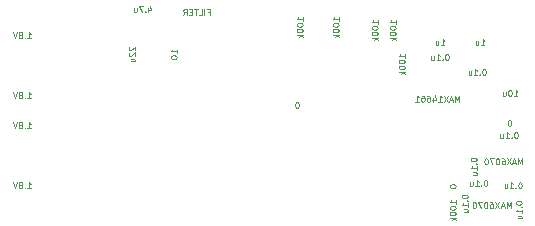
<source format=gbr>
G04 #@! TF.FileFunction,Other,Fab,Bot*
%FSLAX46Y46*%
G04 Gerber Fmt 4.6, Leading zero omitted, Abs format (unit mm)*
G04 Created by KiCad (PCBNEW 4.0.1-stable) date Friday, February 12, 2016 'PMt' 08:25:32 PM*
%MOMM*%
G01*
G04 APERTURE LIST*
%ADD10C,0.100000*%
%ADD11C,0.076200*%
G04 APERTURE END LIST*
D10*
D11*
X216696573Y-87551810D02*
X216696573Y-87043810D01*
X216527239Y-87406667D01*
X216357906Y-87043810D01*
X216357906Y-87551810D01*
X216140192Y-87406667D02*
X215898287Y-87406667D01*
X216188573Y-87551810D02*
X216019240Y-87043810D01*
X215849906Y-87551810D01*
X215728954Y-87043810D02*
X215390287Y-87551810D01*
X215390287Y-87043810D02*
X215728954Y-87551810D01*
X214979048Y-87043810D02*
X215075810Y-87043810D01*
X215124191Y-87068000D01*
X215148382Y-87092190D01*
X215196763Y-87164762D01*
X215220953Y-87261524D01*
X215220953Y-87455048D01*
X215196763Y-87503429D01*
X215172572Y-87527619D01*
X215124191Y-87551810D01*
X215027429Y-87551810D01*
X214979048Y-87527619D01*
X214954858Y-87503429D01*
X214930667Y-87455048D01*
X214930667Y-87334095D01*
X214954858Y-87285714D01*
X214979048Y-87261524D01*
X215027429Y-87237333D01*
X215124191Y-87237333D01*
X215172572Y-87261524D01*
X215196763Y-87285714D01*
X215220953Y-87334095D01*
X214616191Y-87043810D02*
X214567810Y-87043810D01*
X214519429Y-87068000D01*
X214495238Y-87092190D01*
X214471048Y-87140571D01*
X214446857Y-87237333D01*
X214446857Y-87358286D01*
X214471048Y-87455048D01*
X214495238Y-87503429D01*
X214519429Y-87527619D01*
X214567810Y-87551810D01*
X214616191Y-87551810D01*
X214664572Y-87527619D01*
X214688762Y-87503429D01*
X214712953Y-87455048D01*
X214737143Y-87358286D01*
X214737143Y-87237333D01*
X214712953Y-87140571D01*
X214688762Y-87092190D01*
X214664572Y-87068000D01*
X214616191Y-87043810D01*
X214277524Y-87043810D02*
X213938857Y-87043810D01*
X214156571Y-87551810D01*
X213648571Y-87043810D02*
X213600190Y-87043810D01*
X213551809Y-87068000D01*
X213527618Y-87092190D01*
X213503428Y-87140571D01*
X213479237Y-87237333D01*
X213479237Y-87358286D01*
X213503428Y-87455048D01*
X213527618Y-87503429D01*
X213551809Y-87527619D01*
X213600190Y-87551810D01*
X213648571Y-87551810D01*
X213696952Y-87527619D01*
X213721142Y-87503429D01*
X213745333Y-87455048D01*
X213769523Y-87358286D01*
X213769523Y-87237333D01*
X213745333Y-87140571D01*
X213721142Y-87092190D01*
X213696952Y-87068000D01*
X213648571Y-87043810D01*
X197636191Y-82271810D02*
X197587810Y-82271810D01*
X197539429Y-82296000D01*
X197515238Y-82320190D01*
X197491048Y-82368571D01*
X197466857Y-82465333D01*
X197466857Y-82586286D01*
X197491048Y-82683048D01*
X197515238Y-82731429D01*
X197539429Y-82755619D01*
X197587810Y-82779810D01*
X197636191Y-82779810D01*
X197684572Y-82755619D01*
X197708762Y-82731429D01*
X197732953Y-82683048D01*
X197757143Y-82586286D01*
X197757143Y-82465333D01*
X197732953Y-82368571D01*
X197708762Y-82320190D01*
X197684572Y-82296000D01*
X197636191Y-82271810D01*
X210316858Y-78207810D02*
X210268477Y-78207810D01*
X210220096Y-78232000D01*
X210195905Y-78256190D01*
X210171715Y-78304571D01*
X210147524Y-78401333D01*
X210147524Y-78522286D01*
X210171715Y-78619048D01*
X210195905Y-78667429D01*
X210220096Y-78691619D01*
X210268477Y-78715810D01*
X210316858Y-78715810D01*
X210365239Y-78691619D01*
X210389429Y-78667429D01*
X210413620Y-78619048D01*
X210437810Y-78522286D01*
X210437810Y-78401333D01*
X210413620Y-78304571D01*
X210389429Y-78256190D01*
X210365239Y-78232000D01*
X210316858Y-78207810D01*
X209929810Y-78667429D02*
X209905619Y-78691619D01*
X209929810Y-78715810D01*
X209954000Y-78691619D01*
X209929810Y-78667429D01*
X209929810Y-78715810D01*
X209421809Y-78715810D02*
X209712095Y-78715810D01*
X209566952Y-78715810D02*
X209566952Y-78207810D01*
X209615333Y-78280381D01*
X209663714Y-78328762D01*
X209712095Y-78352952D01*
X208986380Y-78377143D02*
X208986380Y-78715810D01*
X209204095Y-78377143D02*
X209204095Y-78643238D01*
X209179904Y-78691619D01*
X209131523Y-78715810D01*
X209058952Y-78715810D01*
X209010571Y-78691619D01*
X208986380Y-78667429D01*
X213468858Y-79477810D02*
X213420477Y-79477810D01*
X213372096Y-79502000D01*
X213347905Y-79526190D01*
X213323715Y-79574571D01*
X213299524Y-79671333D01*
X213299524Y-79792286D01*
X213323715Y-79889048D01*
X213347905Y-79937429D01*
X213372096Y-79961619D01*
X213420477Y-79985810D01*
X213468858Y-79985810D01*
X213517239Y-79961619D01*
X213541429Y-79937429D01*
X213565620Y-79889048D01*
X213589810Y-79792286D01*
X213589810Y-79671333D01*
X213565620Y-79574571D01*
X213541429Y-79526190D01*
X213517239Y-79502000D01*
X213468858Y-79477810D01*
X213081810Y-79937429D02*
X213057619Y-79961619D01*
X213081810Y-79985810D01*
X213106000Y-79961619D01*
X213081810Y-79937429D01*
X213081810Y-79985810D01*
X212573809Y-79985810D02*
X212864095Y-79985810D01*
X212718952Y-79985810D02*
X212718952Y-79477810D01*
X212767333Y-79550381D01*
X212815714Y-79598762D01*
X212864095Y-79622952D01*
X212138380Y-79647143D02*
X212138380Y-79985810D01*
X212356095Y-79647143D02*
X212356095Y-79913238D01*
X212331904Y-79961619D01*
X212283523Y-79985810D01*
X212210952Y-79985810D01*
X212162571Y-79961619D01*
X212138380Y-79937429D01*
X209784666Y-77445810D02*
X210074952Y-77445810D01*
X209929809Y-77445810D02*
X209929809Y-76937810D01*
X209978190Y-77010381D01*
X210026571Y-77058762D01*
X210074952Y-77082952D01*
X209349237Y-77107143D02*
X209349237Y-77445810D01*
X209566952Y-77107143D02*
X209566952Y-77373238D01*
X209542761Y-77421619D01*
X209494380Y-77445810D01*
X209421809Y-77445810D01*
X209373428Y-77421619D01*
X209349237Y-77397429D01*
X213190666Y-77445810D02*
X213480952Y-77445810D01*
X213335809Y-77445810D02*
X213335809Y-76937810D01*
X213384190Y-77010381D01*
X213432571Y-77058762D01*
X213480952Y-77082952D01*
X212755237Y-77107143D02*
X212755237Y-77445810D01*
X212972952Y-77107143D02*
X212972952Y-77373238D01*
X212948761Y-77421619D01*
X212900380Y-77445810D01*
X212827809Y-77445810D01*
X212779428Y-77421619D01*
X212755237Y-77397429D01*
X185026905Y-74313143D02*
X185026905Y-74651810D01*
X185147858Y-74119619D02*
X185268810Y-74482476D01*
X184954334Y-74482476D01*
X184760810Y-74603429D02*
X184736619Y-74627619D01*
X184760810Y-74651810D01*
X184785000Y-74627619D01*
X184760810Y-74603429D01*
X184760810Y-74651810D01*
X184567286Y-74143810D02*
X184228619Y-74143810D01*
X184446333Y-74651810D01*
X183817380Y-74313143D02*
X183817380Y-74651810D01*
X184035095Y-74313143D02*
X184035095Y-74579238D01*
X184010904Y-74627619D01*
X183962523Y-74651810D01*
X183889952Y-74651810D01*
X183841571Y-74627619D01*
X183817380Y-74603429D01*
X183412190Y-77615143D02*
X183388000Y-77639333D01*
X183363810Y-77687714D01*
X183363810Y-77808667D01*
X183388000Y-77857048D01*
X183412190Y-77881238D01*
X183460571Y-77905429D01*
X183508952Y-77905429D01*
X183581524Y-77881238D01*
X183871810Y-77590952D01*
X183871810Y-77905429D01*
X183412190Y-78098953D02*
X183388000Y-78123143D01*
X183363810Y-78171524D01*
X183363810Y-78292477D01*
X183388000Y-78340858D01*
X183412190Y-78365048D01*
X183460571Y-78389239D01*
X183508952Y-78389239D01*
X183581524Y-78365048D01*
X183871810Y-78074762D01*
X183871810Y-78389239D01*
X183533143Y-78824668D02*
X183871810Y-78824668D01*
X183533143Y-78606953D02*
X183799238Y-78606953D01*
X183847619Y-78631144D01*
X183871810Y-78679525D01*
X183871810Y-78752096D01*
X183847619Y-78800477D01*
X183823429Y-78824668D01*
X190034333Y-74639714D02*
X190203667Y-74639714D01*
X190203667Y-74905810D02*
X190203667Y-74397810D01*
X189961762Y-74397810D01*
X189768238Y-74905810D02*
X189768238Y-74397810D01*
X189284428Y-74905810D02*
X189526333Y-74905810D01*
X189526333Y-74397810D01*
X189187666Y-74397810D02*
X188897380Y-74397810D01*
X189042523Y-74905810D02*
X189042523Y-74397810D01*
X188728047Y-74639714D02*
X188558713Y-74639714D01*
X188486142Y-74905810D02*
X188728047Y-74905810D01*
X188728047Y-74397810D01*
X188486142Y-74397810D01*
X187978142Y-74905810D02*
X188147475Y-74663905D01*
X188268428Y-74905810D02*
X188268428Y-74397810D01*
X188074904Y-74397810D01*
X188026523Y-74422000D01*
X188002332Y-74446190D01*
X187978142Y-74494571D01*
X187978142Y-74567143D01*
X188002332Y-74615524D01*
X188026523Y-74639714D01*
X188074904Y-74663905D01*
X188268428Y-74663905D01*
X206731810Y-78505714D02*
X206731810Y-78215428D01*
X206731810Y-78360571D02*
X206223810Y-78360571D01*
X206296381Y-78312190D01*
X206344762Y-78263809D01*
X206368952Y-78215428D01*
X206223810Y-78820190D02*
X206223810Y-78868571D01*
X206248000Y-78916952D01*
X206272190Y-78941143D01*
X206320571Y-78965333D01*
X206417333Y-78989524D01*
X206538286Y-78989524D01*
X206635048Y-78965333D01*
X206683429Y-78941143D01*
X206707619Y-78916952D01*
X206731810Y-78868571D01*
X206731810Y-78820190D01*
X206707619Y-78771809D01*
X206683429Y-78747619D01*
X206635048Y-78723428D01*
X206538286Y-78699238D01*
X206417333Y-78699238D01*
X206320571Y-78723428D01*
X206272190Y-78747619D01*
X206248000Y-78771809D01*
X206223810Y-78820190D01*
X206223810Y-79304000D02*
X206223810Y-79352381D01*
X206248000Y-79400762D01*
X206272190Y-79424953D01*
X206320571Y-79449143D01*
X206417333Y-79473334D01*
X206538286Y-79473334D01*
X206635048Y-79449143D01*
X206683429Y-79424953D01*
X206707619Y-79400762D01*
X206731810Y-79352381D01*
X206731810Y-79304000D01*
X206707619Y-79255619D01*
X206683429Y-79231429D01*
X206635048Y-79207238D01*
X206538286Y-79183048D01*
X206417333Y-79183048D01*
X206320571Y-79207238D01*
X206272190Y-79231429D01*
X206248000Y-79255619D01*
X206223810Y-79304000D01*
X206731810Y-79691048D02*
X206223810Y-79691048D01*
X206538286Y-79739429D02*
X206731810Y-79884572D01*
X206393143Y-79884572D02*
X206586667Y-79691048D01*
X204445810Y-75655714D02*
X204445810Y-75365428D01*
X204445810Y-75510571D02*
X203937810Y-75510571D01*
X204010381Y-75462190D01*
X204058762Y-75413809D01*
X204082952Y-75365428D01*
X203937810Y-75970190D02*
X203937810Y-76018571D01*
X203962000Y-76066952D01*
X203986190Y-76091143D01*
X204034571Y-76115333D01*
X204131333Y-76139524D01*
X204252286Y-76139524D01*
X204349048Y-76115333D01*
X204397429Y-76091143D01*
X204421619Y-76066952D01*
X204445810Y-76018571D01*
X204445810Y-75970190D01*
X204421619Y-75921809D01*
X204397429Y-75897619D01*
X204349048Y-75873428D01*
X204252286Y-75849238D01*
X204131333Y-75849238D01*
X204034571Y-75873428D01*
X203986190Y-75897619D01*
X203962000Y-75921809D01*
X203937810Y-75970190D01*
X203937810Y-76454000D02*
X203937810Y-76502381D01*
X203962000Y-76550762D01*
X203986190Y-76574953D01*
X204034571Y-76599143D01*
X204131333Y-76623334D01*
X204252286Y-76623334D01*
X204349048Y-76599143D01*
X204397429Y-76574953D01*
X204421619Y-76550762D01*
X204445810Y-76502381D01*
X204445810Y-76454000D01*
X204421619Y-76405619D01*
X204397429Y-76381429D01*
X204349048Y-76357238D01*
X204252286Y-76333048D01*
X204131333Y-76333048D01*
X204034571Y-76357238D01*
X203986190Y-76381429D01*
X203962000Y-76405619D01*
X203937810Y-76454000D01*
X204445810Y-76841048D02*
X203937810Y-76841048D01*
X204252286Y-76889429D02*
X204445810Y-77034572D01*
X204107143Y-77034572D02*
X204300667Y-76841048D01*
X205969810Y-75655714D02*
X205969810Y-75365428D01*
X205969810Y-75510571D02*
X205461810Y-75510571D01*
X205534381Y-75462190D01*
X205582762Y-75413809D01*
X205606952Y-75365428D01*
X205461810Y-75970190D02*
X205461810Y-76018571D01*
X205486000Y-76066952D01*
X205510190Y-76091143D01*
X205558571Y-76115333D01*
X205655333Y-76139524D01*
X205776286Y-76139524D01*
X205873048Y-76115333D01*
X205921429Y-76091143D01*
X205945619Y-76066952D01*
X205969810Y-76018571D01*
X205969810Y-75970190D01*
X205945619Y-75921809D01*
X205921429Y-75897619D01*
X205873048Y-75873428D01*
X205776286Y-75849238D01*
X205655333Y-75849238D01*
X205558571Y-75873428D01*
X205510190Y-75897619D01*
X205486000Y-75921809D01*
X205461810Y-75970190D01*
X205461810Y-76454000D02*
X205461810Y-76502381D01*
X205486000Y-76550762D01*
X205510190Y-76574953D01*
X205558571Y-76599143D01*
X205655333Y-76623334D01*
X205776286Y-76623334D01*
X205873048Y-76599143D01*
X205921429Y-76574953D01*
X205945619Y-76550762D01*
X205969810Y-76502381D01*
X205969810Y-76454000D01*
X205945619Y-76405619D01*
X205921429Y-76381429D01*
X205873048Y-76357238D01*
X205776286Y-76333048D01*
X205655333Y-76333048D01*
X205558571Y-76357238D01*
X205510190Y-76381429D01*
X205486000Y-76405619D01*
X205461810Y-76454000D01*
X205969810Y-76841048D02*
X205461810Y-76841048D01*
X205776286Y-76889429D02*
X205969810Y-77034572D01*
X205631143Y-77034572D02*
X205824667Y-76841048D01*
X201143810Y-75401714D02*
X201143810Y-75111428D01*
X201143810Y-75256571D02*
X200635810Y-75256571D01*
X200708381Y-75208190D01*
X200756762Y-75159809D01*
X200780952Y-75111428D01*
X200635810Y-75716190D02*
X200635810Y-75764571D01*
X200660000Y-75812952D01*
X200684190Y-75837143D01*
X200732571Y-75861333D01*
X200829333Y-75885524D01*
X200950286Y-75885524D01*
X201047048Y-75861333D01*
X201095429Y-75837143D01*
X201119619Y-75812952D01*
X201143810Y-75764571D01*
X201143810Y-75716190D01*
X201119619Y-75667809D01*
X201095429Y-75643619D01*
X201047048Y-75619428D01*
X200950286Y-75595238D01*
X200829333Y-75595238D01*
X200732571Y-75619428D01*
X200684190Y-75643619D01*
X200660000Y-75667809D01*
X200635810Y-75716190D01*
X200635810Y-76200000D02*
X200635810Y-76248381D01*
X200660000Y-76296762D01*
X200684190Y-76320953D01*
X200732571Y-76345143D01*
X200829333Y-76369334D01*
X200950286Y-76369334D01*
X201047048Y-76345143D01*
X201095429Y-76320953D01*
X201119619Y-76296762D01*
X201143810Y-76248381D01*
X201143810Y-76200000D01*
X201119619Y-76151619D01*
X201095429Y-76127429D01*
X201047048Y-76103238D01*
X200950286Y-76079048D01*
X200829333Y-76079048D01*
X200732571Y-76103238D01*
X200684190Y-76127429D01*
X200660000Y-76151619D01*
X200635810Y-76200000D01*
X201143810Y-76587048D02*
X200635810Y-76587048D01*
X200950286Y-76635429D02*
X201143810Y-76780572D01*
X200805143Y-76780572D02*
X200998667Y-76587048D01*
X198095810Y-75401714D02*
X198095810Y-75111428D01*
X198095810Y-75256571D02*
X197587810Y-75256571D01*
X197660381Y-75208190D01*
X197708762Y-75159809D01*
X197732952Y-75111428D01*
X197587810Y-75716190D02*
X197587810Y-75764571D01*
X197612000Y-75812952D01*
X197636190Y-75837143D01*
X197684571Y-75861333D01*
X197781333Y-75885524D01*
X197902286Y-75885524D01*
X197999048Y-75861333D01*
X198047429Y-75837143D01*
X198071619Y-75812952D01*
X198095810Y-75764571D01*
X198095810Y-75716190D01*
X198071619Y-75667809D01*
X198047429Y-75643619D01*
X197999048Y-75619428D01*
X197902286Y-75595238D01*
X197781333Y-75595238D01*
X197684571Y-75619428D01*
X197636190Y-75643619D01*
X197612000Y-75667809D01*
X197587810Y-75716190D01*
X197587810Y-76200000D02*
X197587810Y-76248381D01*
X197612000Y-76296762D01*
X197636190Y-76320953D01*
X197684571Y-76345143D01*
X197781333Y-76369334D01*
X197902286Y-76369334D01*
X197999048Y-76345143D01*
X198047429Y-76320953D01*
X198071619Y-76296762D01*
X198095810Y-76248381D01*
X198095810Y-76200000D01*
X198071619Y-76151619D01*
X198047429Y-76127429D01*
X197999048Y-76103238D01*
X197902286Y-76079048D01*
X197781333Y-76079048D01*
X197684571Y-76103238D01*
X197636190Y-76127429D01*
X197612000Y-76151619D01*
X197587810Y-76200000D01*
X198095810Y-76587048D02*
X197587810Y-76587048D01*
X197902286Y-76635429D02*
X198095810Y-76780572D01*
X197757143Y-76780572D02*
X197950667Y-76587048D01*
X187427810Y-78135238D02*
X187427810Y-77844952D01*
X187427810Y-77990095D02*
X186919810Y-77990095D01*
X186992381Y-77941714D01*
X187040762Y-77893333D01*
X187064952Y-77844952D01*
X186919810Y-78449714D02*
X186919810Y-78498095D01*
X186944000Y-78546476D01*
X186968190Y-78570667D01*
X187016571Y-78594857D01*
X187113333Y-78619048D01*
X187234286Y-78619048D01*
X187331048Y-78594857D01*
X187379429Y-78570667D01*
X187403619Y-78546476D01*
X187427810Y-78498095D01*
X187427810Y-78449714D01*
X187403619Y-78401333D01*
X187379429Y-78377143D01*
X187331048Y-78352952D01*
X187234286Y-78328762D01*
X187113333Y-78328762D01*
X187016571Y-78352952D01*
X186968190Y-78377143D01*
X186944000Y-78401333D01*
X186919810Y-78449714D01*
X216129810Y-90783142D02*
X216129810Y-90831523D01*
X216154000Y-90879904D01*
X216178190Y-90904095D01*
X216226571Y-90928285D01*
X216323333Y-90952476D01*
X216444286Y-90952476D01*
X216541048Y-90928285D01*
X216589429Y-90904095D01*
X216613619Y-90879904D01*
X216637810Y-90831523D01*
X216637810Y-90783142D01*
X216613619Y-90734761D01*
X216589429Y-90710571D01*
X216541048Y-90686380D01*
X216444286Y-90662190D01*
X216323333Y-90662190D01*
X216226571Y-90686380D01*
X216178190Y-90710571D01*
X216154000Y-90734761D01*
X216129810Y-90783142D01*
X216589429Y-91170190D02*
X216613619Y-91194381D01*
X216637810Y-91170190D01*
X216613619Y-91146000D01*
X216589429Y-91170190D01*
X216637810Y-91170190D01*
X216637810Y-91678191D02*
X216637810Y-91387905D01*
X216637810Y-91533048D02*
X216129810Y-91533048D01*
X216202381Y-91484667D01*
X216250762Y-91436286D01*
X216274952Y-91387905D01*
X216299143Y-92113620D02*
X216637810Y-92113620D01*
X216299143Y-91895905D02*
X216565238Y-91895905D01*
X216613619Y-91920096D01*
X216637810Y-91968477D01*
X216637810Y-92041048D01*
X216613619Y-92089429D01*
X216589429Y-92113620D01*
X216516858Y-89075810D02*
X216468477Y-89075810D01*
X216420096Y-89100000D01*
X216395905Y-89124190D01*
X216371715Y-89172571D01*
X216347524Y-89269333D01*
X216347524Y-89390286D01*
X216371715Y-89487048D01*
X216395905Y-89535429D01*
X216420096Y-89559619D01*
X216468477Y-89583810D01*
X216516858Y-89583810D01*
X216565239Y-89559619D01*
X216589429Y-89535429D01*
X216613620Y-89487048D01*
X216637810Y-89390286D01*
X216637810Y-89269333D01*
X216613620Y-89172571D01*
X216589429Y-89124190D01*
X216565239Y-89100000D01*
X216516858Y-89075810D01*
X216129810Y-89535429D02*
X216105619Y-89559619D01*
X216129810Y-89583810D01*
X216154000Y-89559619D01*
X216129810Y-89535429D01*
X216129810Y-89583810D01*
X215621809Y-89583810D02*
X215912095Y-89583810D01*
X215766952Y-89583810D02*
X215766952Y-89075810D01*
X215815333Y-89148381D01*
X215863714Y-89196762D01*
X215912095Y-89220952D01*
X215186380Y-89245143D02*
X215186380Y-89583810D01*
X215404095Y-89245143D02*
X215404095Y-89511238D01*
X215379904Y-89559619D01*
X215331523Y-89583810D01*
X215258952Y-89583810D01*
X215210571Y-89559619D01*
X215186380Y-89535429D01*
X213580858Y-88875810D02*
X213532477Y-88875810D01*
X213484096Y-88900000D01*
X213459905Y-88924190D01*
X213435715Y-88972571D01*
X213411524Y-89069333D01*
X213411524Y-89190286D01*
X213435715Y-89287048D01*
X213459905Y-89335429D01*
X213484096Y-89359619D01*
X213532477Y-89383810D01*
X213580858Y-89383810D01*
X213629239Y-89359619D01*
X213653429Y-89335429D01*
X213677620Y-89287048D01*
X213701810Y-89190286D01*
X213701810Y-89069333D01*
X213677620Y-88972571D01*
X213653429Y-88924190D01*
X213629239Y-88900000D01*
X213580858Y-88875810D01*
X213193810Y-89335429D02*
X213169619Y-89359619D01*
X213193810Y-89383810D01*
X213218000Y-89359619D01*
X213193810Y-89335429D01*
X213193810Y-89383810D01*
X212685809Y-89383810D02*
X212976095Y-89383810D01*
X212830952Y-89383810D02*
X212830952Y-88875810D01*
X212879333Y-88948381D01*
X212927714Y-88996762D01*
X212976095Y-89020952D01*
X212250380Y-89045143D02*
X212250380Y-89383810D01*
X212468095Y-89045143D02*
X212468095Y-89311238D01*
X212443904Y-89359619D01*
X212395523Y-89383810D01*
X212322952Y-89383810D01*
X212274571Y-89359619D01*
X212250380Y-89335429D01*
X211557810Y-90233142D02*
X211557810Y-90281523D01*
X211582000Y-90329904D01*
X211606190Y-90354095D01*
X211654571Y-90378285D01*
X211751333Y-90402476D01*
X211872286Y-90402476D01*
X211969048Y-90378285D01*
X212017429Y-90354095D01*
X212041619Y-90329904D01*
X212065810Y-90281523D01*
X212065810Y-90233142D01*
X212041619Y-90184761D01*
X212017429Y-90160571D01*
X211969048Y-90136380D01*
X211872286Y-90112190D01*
X211751333Y-90112190D01*
X211654571Y-90136380D01*
X211606190Y-90160571D01*
X211582000Y-90184761D01*
X211557810Y-90233142D01*
X212017429Y-90620190D02*
X212041619Y-90644381D01*
X212065810Y-90620190D01*
X212041619Y-90596000D01*
X212017429Y-90620190D01*
X212065810Y-90620190D01*
X212065810Y-91128191D02*
X212065810Y-90837905D01*
X212065810Y-90983048D02*
X211557810Y-90983048D01*
X211630381Y-90934667D01*
X211678762Y-90886286D01*
X211702952Y-90837905D01*
X211727143Y-91563620D02*
X212065810Y-91563620D01*
X211727143Y-91345905D02*
X211993238Y-91345905D01*
X212041619Y-91370096D01*
X212065810Y-91418477D01*
X212065810Y-91491048D01*
X212041619Y-91539429D01*
X212017429Y-91563620D01*
X216166858Y-84811810D02*
X216118477Y-84811810D01*
X216070096Y-84836000D01*
X216045905Y-84860190D01*
X216021715Y-84908571D01*
X215997524Y-85005333D01*
X215997524Y-85126286D01*
X216021715Y-85223048D01*
X216045905Y-85271429D01*
X216070096Y-85295619D01*
X216118477Y-85319810D01*
X216166858Y-85319810D01*
X216215239Y-85295619D01*
X216239429Y-85271429D01*
X216263620Y-85223048D01*
X216287810Y-85126286D01*
X216287810Y-85005333D01*
X216263620Y-84908571D01*
X216239429Y-84860190D01*
X216215239Y-84836000D01*
X216166858Y-84811810D01*
X215779810Y-85271429D02*
X215755619Y-85295619D01*
X215779810Y-85319810D01*
X215804000Y-85295619D01*
X215779810Y-85271429D01*
X215779810Y-85319810D01*
X215271809Y-85319810D02*
X215562095Y-85319810D01*
X215416952Y-85319810D02*
X215416952Y-84811810D01*
X215465333Y-84884381D01*
X215513714Y-84932762D01*
X215562095Y-84956952D01*
X214836380Y-84981143D02*
X214836380Y-85319810D01*
X215054095Y-84981143D02*
X215054095Y-85247238D01*
X215029904Y-85295619D01*
X214981523Y-85319810D01*
X214908952Y-85319810D01*
X214860571Y-85295619D01*
X214836380Y-85271429D01*
X212319810Y-87113142D02*
X212319810Y-87161523D01*
X212344000Y-87209904D01*
X212368190Y-87234095D01*
X212416571Y-87258285D01*
X212513333Y-87282476D01*
X212634286Y-87282476D01*
X212731048Y-87258285D01*
X212779429Y-87234095D01*
X212803619Y-87209904D01*
X212827810Y-87161523D01*
X212827810Y-87113142D01*
X212803619Y-87064761D01*
X212779429Y-87040571D01*
X212731048Y-87016380D01*
X212634286Y-86992190D01*
X212513333Y-86992190D01*
X212416571Y-87016380D01*
X212368190Y-87040571D01*
X212344000Y-87064761D01*
X212319810Y-87113142D01*
X212779429Y-87500190D02*
X212803619Y-87524381D01*
X212827810Y-87500190D01*
X212803619Y-87476000D01*
X212779429Y-87500190D01*
X212827810Y-87500190D01*
X212827810Y-88008191D02*
X212827810Y-87717905D01*
X212827810Y-87863048D02*
X212319810Y-87863048D01*
X212392381Y-87814667D01*
X212440762Y-87766286D01*
X212464952Y-87717905D01*
X212489143Y-88443620D02*
X212827810Y-88443620D01*
X212489143Y-88225905D02*
X212755238Y-88225905D01*
X212803619Y-88250096D01*
X212827810Y-88298477D01*
X212827810Y-88371048D01*
X212803619Y-88419429D01*
X212779429Y-88443620D01*
X215972571Y-81763810D02*
X216262857Y-81763810D01*
X216117714Y-81763810D02*
X216117714Y-81255810D01*
X216166095Y-81328381D01*
X216214476Y-81376762D01*
X216262857Y-81400952D01*
X215658095Y-81255810D02*
X215609714Y-81255810D01*
X215561333Y-81280000D01*
X215537142Y-81304190D01*
X215512952Y-81352571D01*
X215488761Y-81449333D01*
X215488761Y-81570286D01*
X215512952Y-81667048D01*
X215537142Y-81715429D01*
X215561333Y-81739619D01*
X215609714Y-81763810D01*
X215658095Y-81763810D01*
X215706476Y-81739619D01*
X215730666Y-81715429D01*
X215754857Y-81667048D01*
X215779047Y-81570286D01*
X215779047Y-81449333D01*
X215754857Y-81352571D01*
X215730666Y-81304190D01*
X215706476Y-81280000D01*
X215658095Y-81255810D01*
X215053332Y-81425143D02*
X215053332Y-81763810D01*
X215271047Y-81425143D02*
X215271047Y-81691238D01*
X215246856Y-81739619D01*
X215198475Y-81763810D01*
X215125904Y-81763810D01*
X215077523Y-81739619D01*
X215053332Y-81715429D01*
X215624191Y-83795810D02*
X215575810Y-83795810D01*
X215527429Y-83820000D01*
X215503238Y-83844190D01*
X215479048Y-83892571D01*
X215454857Y-83989333D01*
X215454857Y-84110286D01*
X215479048Y-84207048D01*
X215503238Y-84255429D01*
X215527429Y-84279619D01*
X215575810Y-84303810D01*
X215624191Y-84303810D01*
X215672572Y-84279619D01*
X215696762Y-84255429D01*
X215720953Y-84207048D01*
X215745143Y-84110286D01*
X215745143Y-83989333D01*
X215720953Y-83892571D01*
X215696762Y-83844190D01*
X215672572Y-83820000D01*
X215624191Y-83795810D01*
X210541810Y-89375809D02*
X210541810Y-89424190D01*
X210566000Y-89472571D01*
X210590190Y-89496762D01*
X210638571Y-89520952D01*
X210735333Y-89545143D01*
X210856286Y-89545143D01*
X210953048Y-89520952D01*
X211001429Y-89496762D01*
X211025619Y-89472571D01*
X211049810Y-89424190D01*
X211049810Y-89375809D01*
X211025619Y-89327428D01*
X211001429Y-89303238D01*
X210953048Y-89279047D01*
X210856286Y-89254857D01*
X210735333Y-89254857D01*
X210638571Y-89279047D01*
X210590190Y-89303238D01*
X210566000Y-89327428D01*
X210541810Y-89375809D01*
X211049810Y-90895714D02*
X211049810Y-90605428D01*
X211049810Y-90750571D02*
X210541810Y-90750571D01*
X210614381Y-90702190D01*
X210662762Y-90653809D01*
X210686952Y-90605428D01*
X210541810Y-91210190D02*
X210541810Y-91258571D01*
X210566000Y-91306952D01*
X210590190Y-91331143D01*
X210638571Y-91355333D01*
X210735333Y-91379524D01*
X210856286Y-91379524D01*
X210953048Y-91355333D01*
X211001429Y-91331143D01*
X211025619Y-91306952D01*
X211049810Y-91258571D01*
X211049810Y-91210190D01*
X211025619Y-91161809D01*
X211001429Y-91137619D01*
X210953048Y-91113428D01*
X210856286Y-91089238D01*
X210735333Y-91089238D01*
X210638571Y-91113428D01*
X210590190Y-91137619D01*
X210566000Y-91161809D01*
X210541810Y-91210190D01*
X210541810Y-91694000D02*
X210541810Y-91742381D01*
X210566000Y-91790762D01*
X210590190Y-91814953D01*
X210638571Y-91839143D01*
X210735333Y-91863334D01*
X210856286Y-91863334D01*
X210953048Y-91839143D01*
X211001429Y-91814953D01*
X211025619Y-91790762D01*
X211049810Y-91742381D01*
X211049810Y-91694000D01*
X211025619Y-91645619D01*
X211001429Y-91621429D01*
X210953048Y-91597238D01*
X210856286Y-91573048D01*
X210735333Y-91573048D01*
X210638571Y-91597238D01*
X210590190Y-91621429D01*
X210566000Y-91645619D01*
X210541810Y-91694000D01*
X211049810Y-92081048D02*
X210541810Y-92081048D01*
X210856286Y-92129429D02*
X211049810Y-92274572D01*
X210711143Y-92274572D02*
X210904667Y-92081048D01*
X211338478Y-82229810D02*
X211338478Y-81721810D01*
X211169144Y-82084667D01*
X210999811Y-81721810D01*
X210999811Y-82229810D01*
X210782097Y-82084667D02*
X210540192Y-82084667D01*
X210830478Y-82229810D02*
X210661145Y-81721810D01*
X210491811Y-82229810D01*
X210370859Y-81721810D02*
X210032192Y-82229810D01*
X210032192Y-81721810D02*
X210370859Y-82229810D01*
X209572572Y-82229810D02*
X209862858Y-82229810D01*
X209717715Y-82229810D02*
X209717715Y-81721810D01*
X209766096Y-81794381D01*
X209814477Y-81842762D01*
X209862858Y-81866952D01*
X209137143Y-81891143D02*
X209137143Y-82229810D01*
X209258096Y-81697619D02*
X209379048Y-82060476D01*
X209064572Y-82060476D01*
X208653333Y-81721810D02*
X208750095Y-81721810D01*
X208798476Y-81746000D01*
X208822667Y-81770190D01*
X208871048Y-81842762D01*
X208895238Y-81939524D01*
X208895238Y-82133048D01*
X208871048Y-82181429D01*
X208846857Y-82205619D01*
X208798476Y-82229810D01*
X208701714Y-82229810D01*
X208653333Y-82205619D01*
X208629143Y-82181429D01*
X208604952Y-82133048D01*
X208604952Y-82012095D01*
X208629143Y-81963714D01*
X208653333Y-81939524D01*
X208701714Y-81915333D01*
X208798476Y-81915333D01*
X208846857Y-81939524D01*
X208871048Y-81963714D01*
X208895238Y-82012095D01*
X208169523Y-81721810D02*
X208266285Y-81721810D01*
X208314666Y-81746000D01*
X208338857Y-81770190D01*
X208387238Y-81842762D01*
X208411428Y-81939524D01*
X208411428Y-82133048D01*
X208387238Y-82181429D01*
X208363047Y-82205619D01*
X208314666Y-82229810D01*
X208217904Y-82229810D01*
X208169523Y-82205619D01*
X208145333Y-82181429D01*
X208121142Y-82133048D01*
X208121142Y-82012095D01*
X208145333Y-81963714D01*
X208169523Y-81939524D01*
X208217904Y-81915333D01*
X208314666Y-81915333D01*
X208363047Y-81939524D01*
X208387238Y-81963714D01*
X208411428Y-82012095D01*
X207637332Y-82229810D02*
X207927618Y-82229810D01*
X207782475Y-82229810D02*
X207782475Y-81721810D01*
X207830856Y-81794381D01*
X207879237Y-81842762D01*
X207927618Y-81866952D01*
X215696573Y-91251810D02*
X215696573Y-90743810D01*
X215527239Y-91106667D01*
X215357906Y-90743810D01*
X215357906Y-91251810D01*
X215140192Y-91106667D02*
X214898287Y-91106667D01*
X215188573Y-91251810D02*
X215019240Y-90743810D01*
X214849906Y-91251810D01*
X214728954Y-90743810D02*
X214390287Y-91251810D01*
X214390287Y-90743810D02*
X214728954Y-91251810D01*
X213979048Y-90743810D02*
X214075810Y-90743810D01*
X214124191Y-90768000D01*
X214148382Y-90792190D01*
X214196763Y-90864762D01*
X214220953Y-90961524D01*
X214220953Y-91155048D01*
X214196763Y-91203429D01*
X214172572Y-91227619D01*
X214124191Y-91251810D01*
X214027429Y-91251810D01*
X213979048Y-91227619D01*
X213954858Y-91203429D01*
X213930667Y-91155048D01*
X213930667Y-91034095D01*
X213954858Y-90985714D01*
X213979048Y-90961524D01*
X214027429Y-90937333D01*
X214124191Y-90937333D01*
X214172572Y-90961524D01*
X214196763Y-90985714D01*
X214220953Y-91034095D01*
X213616191Y-90743810D02*
X213567810Y-90743810D01*
X213519429Y-90768000D01*
X213495238Y-90792190D01*
X213471048Y-90840571D01*
X213446857Y-90937333D01*
X213446857Y-91058286D01*
X213471048Y-91155048D01*
X213495238Y-91203429D01*
X213519429Y-91227619D01*
X213567810Y-91251810D01*
X213616191Y-91251810D01*
X213664572Y-91227619D01*
X213688762Y-91203429D01*
X213712953Y-91155048D01*
X213737143Y-91058286D01*
X213737143Y-90937333D01*
X213712953Y-90840571D01*
X213688762Y-90792190D01*
X213664572Y-90768000D01*
X213616191Y-90743810D01*
X213277524Y-90743810D02*
X212938857Y-90743810D01*
X213156571Y-91251810D01*
X212648571Y-90743810D02*
X212600190Y-90743810D01*
X212551809Y-90768000D01*
X212527618Y-90792190D01*
X212503428Y-90840571D01*
X212479237Y-90937333D01*
X212479237Y-91058286D01*
X212503428Y-91155048D01*
X212527618Y-91203429D01*
X212551809Y-91227619D01*
X212600190Y-91251810D01*
X212648571Y-91251810D01*
X212696952Y-91227619D01*
X212721142Y-91203429D01*
X212745333Y-91155048D01*
X212769523Y-91058286D01*
X212769523Y-90937333D01*
X212745333Y-90840571D01*
X212721142Y-90792190D01*
X212696952Y-90768000D01*
X212648571Y-90743810D01*
X174790429Y-84489810D02*
X175080715Y-84489810D01*
X174935572Y-84489810D02*
X174935572Y-83981810D01*
X174983953Y-84054381D01*
X175032334Y-84102762D01*
X175080715Y-84126952D01*
X174572715Y-84441429D02*
X174548524Y-84465619D01*
X174572715Y-84489810D01*
X174596905Y-84465619D01*
X174572715Y-84441429D01*
X174572715Y-84489810D01*
X174258238Y-84199524D02*
X174306619Y-84175333D01*
X174330810Y-84151143D01*
X174355000Y-84102762D01*
X174355000Y-84078571D01*
X174330810Y-84030190D01*
X174306619Y-84006000D01*
X174258238Y-83981810D01*
X174161476Y-83981810D01*
X174113095Y-84006000D01*
X174088905Y-84030190D01*
X174064714Y-84078571D01*
X174064714Y-84102762D01*
X174088905Y-84151143D01*
X174113095Y-84175333D01*
X174161476Y-84199524D01*
X174258238Y-84199524D01*
X174306619Y-84223714D01*
X174330810Y-84247905D01*
X174355000Y-84296286D01*
X174355000Y-84393048D01*
X174330810Y-84441429D01*
X174306619Y-84465619D01*
X174258238Y-84489810D01*
X174161476Y-84489810D01*
X174113095Y-84465619D01*
X174088905Y-84441429D01*
X174064714Y-84393048D01*
X174064714Y-84296286D01*
X174088905Y-84247905D01*
X174113095Y-84223714D01*
X174161476Y-84199524D01*
X173919571Y-83981810D02*
X173750238Y-84489810D01*
X173580904Y-83981810D01*
X174790429Y-76869810D02*
X175080715Y-76869810D01*
X174935572Y-76869810D02*
X174935572Y-76361810D01*
X174983953Y-76434381D01*
X175032334Y-76482762D01*
X175080715Y-76506952D01*
X174572715Y-76821429D02*
X174548524Y-76845619D01*
X174572715Y-76869810D01*
X174596905Y-76845619D01*
X174572715Y-76821429D01*
X174572715Y-76869810D01*
X174258238Y-76579524D02*
X174306619Y-76555333D01*
X174330810Y-76531143D01*
X174355000Y-76482762D01*
X174355000Y-76458571D01*
X174330810Y-76410190D01*
X174306619Y-76386000D01*
X174258238Y-76361810D01*
X174161476Y-76361810D01*
X174113095Y-76386000D01*
X174088905Y-76410190D01*
X174064714Y-76458571D01*
X174064714Y-76482762D01*
X174088905Y-76531143D01*
X174113095Y-76555333D01*
X174161476Y-76579524D01*
X174258238Y-76579524D01*
X174306619Y-76603714D01*
X174330810Y-76627905D01*
X174355000Y-76676286D01*
X174355000Y-76773048D01*
X174330810Y-76821429D01*
X174306619Y-76845619D01*
X174258238Y-76869810D01*
X174161476Y-76869810D01*
X174113095Y-76845619D01*
X174088905Y-76821429D01*
X174064714Y-76773048D01*
X174064714Y-76676286D01*
X174088905Y-76627905D01*
X174113095Y-76603714D01*
X174161476Y-76579524D01*
X173919571Y-76361810D02*
X173750238Y-76869810D01*
X173580904Y-76361810D01*
X174790429Y-89569810D02*
X175080715Y-89569810D01*
X174935572Y-89569810D02*
X174935572Y-89061810D01*
X174983953Y-89134381D01*
X175032334Y-89182762D01*
X175080715Y-89206952D01*
X174572715Y-89521429D02*
X174548524Y-89545619D01*
X174572715Y-89569810D01*
X174596905Y-89545619D01*
X174572715Y-89521429D01*
X174572715Y-89569810D01*
X174258238Y-89279524D02*
X174306619Y-89255333D01*
X174330810Y-89231143D01*
X174355000Y-89182762D01*
X174355000Y-89158571D01*
X174330810Y-89110190D01*
X174306619Y-89086000D01*
X174258238Y-89061810D01*
X174161476Y-89061810D01*
X174113095Y-89086000D01*
X174088905Y-89110190D01*
X174064714Y-89158571D01*
X174064714Y-89182762D01*
X174088905Y-89231143D01*
X174113095Y-89255333D01*
X174161476Y-89279524D01*
X174258238Y-89279524D01*
X174306619Y-89303714D01*
X174330810Y-89327905D01*
X174355000Y-89376286D01*
X174355000Y-89473048D01*
X174330810Y-89521429D01*
X174306619Y-89545619D01*
X174258238Y-89569810D01*
X174161476Y-89569810D01*
X174113095Y-89545619D01*
X174088905Y-89521429D01*
X174064714Y-89473048D01*
X174064714Y-89376286D01*
X174088905Y-89327905D01*
X174113095Y-89303714D01*
X174161476Y-89279524D01*
X173919571Y-89061810D02*
X173750238Y-89569810D01*
X173580904Y-89061810D01*
X174790429Y-81949810D02*
X175080715Y-81949810D01*
X174935572Y-81949810D02*
X174935572Y-81441810D01*
X174983953Y-81514381D01*
X175032334Y-81562762D01*
X175080715Y-81586952D01*
X174572715Y-81901429D02*
X174548524Y-81925619D01*
X174572715Y-81949810D01*
X174596905Y-81925619D01*
X174572715Y-81901429D01*
X174572715Y-81949810D01*
X174258238Y-81659524D02*
X174306619Y-81635333D01*
X174330810Y-81611143D01*
X174355000Y-81562762D01*
X174355000Y-81538571D01*
X174330810Y-81490190D01*
X174306619Y-81466000D01*
X174258238Y-81441810D01*
X174161476Y-81441810D01*
X174113095Y-81466000D01*
X174088905Y-81490190D01*
X174064714Y-81538571D01*
X174064714Y-81562762D01*
X174088905Y-81611143D01*
X174113095Y-81635333D01*
X174161476Y-81659524D01*
X174258238Y-81659524D01*
X174306619Y-81683714D01*
X174330810Y-81707905D01*
X174355000Y-81756286D01*
X174355000Y-81853048D01*
X174330810Y-81901429D01*
X174306619Y-81925619D01*
X174258238Y-81949810D01*
X174161476Y-81949810D01*
X174113095Y-81925619D01*
X174088905Y-81901429D01*
X174064714Y-81853048D01*
X174064714Y-81756286D01*
X174088905Y-81707905D01*
X174113095Y-81683714D01*
X174161476Y-81659524D01*
X173919571Y-81441810D02*
X173750238Y-81949810D01*
X173580904Y-81441810D01*
M02*

</source>
